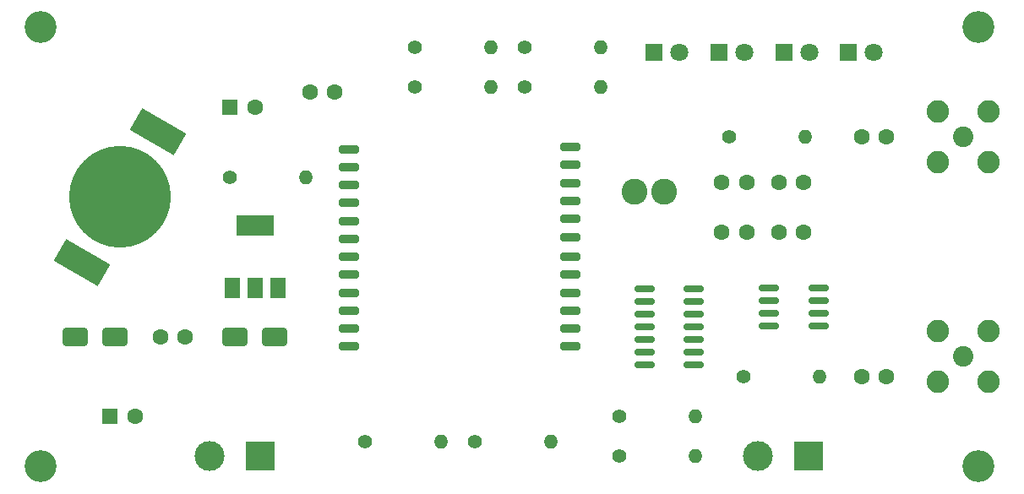
<source format=gbr>
%TF.GenerationSoftware,KiCad,Pcbnew,7.0.10*%
%TF.CreationDate,2024-06-02T12:02:55+08:00*%
%TF.ProjectId,pcb,7063622e-6b69-4636-9164-5f7063625858,rev?*%
%TF.SameCoordinates,Original*%
%TF.FileFunction,Soldermask,Top*%
%TF.FilePolarity,Negative*%
%FSLAX46Y46*%
G04 Gerber Fmt 4.6, Leading zero omitted, Abs format (unit mm)*
G04 Created by KiCad (PCBNEW 7.0.10) date 2024-06-02 12:02:55*
%MOMM*%
%LPD*%
G01*
G04 APERTURE LIST*
G04 Aperture macros list*
%AMRoundRect*
0 Rectangle with rounded corners*
0 $1 Rounding radius*
0 $2 $3 $4 $5 $6 $7 $8 $9 X,Y pos of 4 corners*
0 Add a 4 corners polygon primitive as box body*
4,1,4,$2,$3,$4,$5,$6,$7,$8,$9,$2,$3,0*
0 Add four circle primitives for the rounded corners*
1,1,$1+$1,$2,$3*
1,1,$1+$1,$4,$5*
1,1,$1+$1,$6,$7*
1,1,$1+$1,$8,$9*
0 Add four rect primitives between the rounded corners*
20,1,$1+$1,$2,$3,$4,$5,0*
20,1,$1+$1,$4,$5,$6,$7,0*
20,1,$1+$1,$6,$7,$8,$9,0*
20,1,$1+$1,$8,$9,$2,$3,0*%
%AMRotRect*
0 Rectangle, with rotation*
0 The origin of the aperture is its center*
0 $1 length*
0 $2 width*
0 $3 Rotation angle, in degrees counterclockwise*
0 Add horizontal line*
21,1,$1,$2,0,0,$3*%
G04 Aperture macros list end*
%ADD10C,1.400000*%
%ADD11O,1.400000X1.400000*%
%ADD12R,1.800000X1.800000*%
%ADD13C,1.800000*%
%ADD14RoundRect,0.250000X-1.000000X-0.650000X1.000000X-0.650000X1.000000X0.650000X-1.000000X0.650000X0*%
%ADD15RoundRect,0.150000X-0.825000X-0.150000X0.825000X-0.150000X0.825000X0.150000X-0.825000X0.150000X0*%
%ADD16C,2.050000*%
%ADD17C,2.250000*%
%ADD18C,1.600000*%
%ADD19C,2.600000*%
%ADD20RotRect,2.500000X5.100000X240.000000*%
%ADD21C,10.200000*%
%ADD22RoundRect,0.200000X-0.800000X-0.200000X0.800000X-0.200000X0.800000X0.200000X-0.800000X0.200000X0*%
%ADD23R,3.000000X3.000000*%
%ADD24C,3.000000*%
%ADD25RoundRect,0.250000X1.000000X0.650000X-1.000000X0.650000X-1.000000X-0.650000X1.000000X-0.650000X0*%
%ADD26R,1.600000X1.600000*%
%ADD27C,3.200000*%
%ADD28R,1.500000X2.000000*%
%ADD29R,3.800000X2.000000*%
G04 APERTURE END LIST*
D10*
%TO.C,R2*%
X120500000Y-55000000D03*
D11*
X128120000Y-55000000D03*
%TD*%
D10*
%TO.C,R3*%
X152000000Y-64000000D03*
D11*
X159620000Y-64000000D03*
%TD*%
D12*
%TO.C,D6*%
X157500000Y-55500000D03*
D13*
X160040000Y-55500000D03*
%TD*%
D14*
%TO.C,D3*%
X102500000Y-84000000D03*
X106500000Y-84000000D03*
%TD*%
D10*
%TO.C,R9*%
X141000000Y-96000000D03*
D11*
X148620000Y-96000000D03*
%TD*%
D10*
%TO.C,R4*%
X120500000Y-59000000D03*
D11*
X128120000Y-59000000D03*
%TD*%
D12*
%TO.C,D1*%
X151000000Y-55500000D03*
D13*
X153540000Y-55500000D03*
%TD*%
D15*
%TO.C,U3*%
X143525000Y-79190000D03*
X143525000Y-80460000D03*
X143525000Y-81730000D03*
X143525000Y-83000000D03*
X143525000Y-84270000D03*
X143525000Y-85540000D03*
X143525000Y-86810000D03*
X148475000Y-86810000D03*
X148475000Y-85540000D03*
X148475000Y-84270000D03*
X148475000Y-83000000D03*
X148475000Y-81730000D03*
X148475000Y-80460000D03*
X148475000Y-79190000D03*
%TD*%
D10*
%TO.C,R10*%
X153500000Y-88000000D03*
D11*
X161120000Y-88000000D03*
%TD*%
D16*
%TO.C,J2*%
X175500000Y-64000000D03*
D17*
X172960000Y-61460000D03*
X172960000Y-66540000D03*
X178040000Y-61460000D03*
X178040000Y-66540000D03*
%TD*%
D18*
%TO.C,C8*%
X165300000Y-64000000D03*
X167800000Y-64000000D03*
%TD*%
D15*
%TO.C,U4*%
X156025000Y-79095000D03*
X156025000Y-80365000D03*
X156025000Y-81635000D03*
X156025000Y-82905000D03*
X160975000Y-82905000D03*
X160975000Y-81635000D03*
X160975000Y-80365000D03*
X160975000Y-79095000D03*
%TD*%
D16*
%TO.C,J3*%
X175500000Y-86000000D03*
D17*
X172960000Y-83460000D03*
X172960000Y-88540000D03*
X178040000Y-83460000D03*
X178040000Y-88540000D03*
%TD*%
D19*
%TO.C,L1*%
X142500000Y-69500000D03*
X145500000Y-69500000D03*
%TD*%
D10*
%TO.C,R6*%
X131500000Y-59000000D03*
D11*
X139120000Y-59000000D03*
%TD*%
D18*
%TO.C,C10*%
X157000000Y-73500000D03*
X159500000Y-73500000D03*
%TD*%
D20*
%TO.C,BT1*%
X94800000Y-63418207D03*
X87200000Y-76581793D03*
D21*
X91000000Y-70000000D03*
%TD*%
D22*
%TO.C,U2*%
X113900000Y-65200000D03*
X113900000Y-67000000D03*
X113900000Y-68800000D03*
X113900000Y-70600000D03*
X113900000Y-72400000D03*
X113900000Y-74200000D03*
X113900000Y-76000000D03*
X113900000Y-77800000D03*
X113900000Y-79600000D03*
X113900000Y-81400000D03*
X113900000Y-83200000D03*
X113900000Y-85000000D03*
X136100000Y-85000000D03*
X136100000Y-83200000D03*
X136100000Y-81400000D03*
X136100000Y-79600000D03*
X136100000Y-77800000D03*
X136100000Y-76000000D03*
X136100000Y-74000000D03*
X136100000Y-72200000D03*
X136100000Y-70400000D03*
X136100000Y-68600000D03*
X136100000Y-66800000D03*
X136100000Y-65000000D03*
%TD*%
D10*
%TO.C,R5*%
X102000000Y-68000000D03*
D11*
X109620000Y-68000000D03*
%TD*%
D23*
%TO.C,J1*%
X105000000Y-96000000D03*
D24*
X99920000Y-96000000D03*
%TD*%
D18*
%TO.C,C6*%
X151300000Y-73500000D03*
X153800000Y-73500000D03*
%TD*%
D25*
%TO.C,D2*%
X90500000Y-84000000D03*
X86500000Y-84000000D03*
%TD*%
D12*
%TO.C,D4*%
X144500000Y-55500000D03*
D13*
X147040000Y-55500000D03*
%TD*%
D10*
%TO.C,R7*%
X115500000Y-94500000D03*
D11*
X123120000Y-94500000D03*
%TD*%
D10*
%TO.C,R8*%
X126500000Y-94500000D03*
D11*
X134120000Y-94500000D03*
%TD*%
D26*
%TO.C,C1*%
X90000000Y-92000000D03*
D18*
X92500000Y-92000000D03*
%TD*%
D23*
%TO.C,J4*%
X160000000Y-96000000D03*
D24*
X154920000Y-96000000D03*
%TD*%
D18*
%TO.C,C4*%
X157000000Y-68500000D03*
X159500000Y-68500000D03*
%TD*%
%TO.C,C2*%
X95000000Y-84000000D03*
X97500000Y-84000000D03*
%TD*%
D10*
%TO.C,R11*%
X141000000Y-92000000D03*
D11*
X148620000Y-92000000D03*
%TD*%
D27*
%TO.C,H1*%
X83000000Y-53000000D03*
%TD*%
%TO.C,H4*%
X83000000Y-97000000D03*
%TD*%
D26*
%TO.C,C7*%
X102000000Y-61000000D03*
D18*
X104500000Y-61000000D03*
%TD*%
D12*
%TO.C,D5*%
X164000000Y-55500000D03*
D13*
X166540000Y-55500000D03*
%TD*%
D27*
%TO.C,H3*%
X177000000Y-97000000D03*
%TD*%
D10*
%TO.C,R1*%
X131500000Y-55000000D03*
D11*
X139120000Y-55000000D03*
%TD*%
D18*
%TO.C,C9*%
X165300000Y-88000000D03*
X167800000Y-88000000D03*
%TD*%
%TO.C,C5*%
X110000000Y-59500000D03*
X112500000Y-59500000D03*
%TD*%
D27*
%TO.C,H2*%
X177000000Y-53000000D03*
%TD*%
D18*
%TO.C,C3*%
X151300000Y-68500000D03*
X153800000Y-68500000D03*
%TD*%
D28*
%TO.C,U1*%
X102200000Y-79150000D03*
X104500000Y-79150000D03*
D29*
X104500000Y-72850000D03*
D28*
X106800000Y-79150000D03*
%TD*%
M02*

</source>
